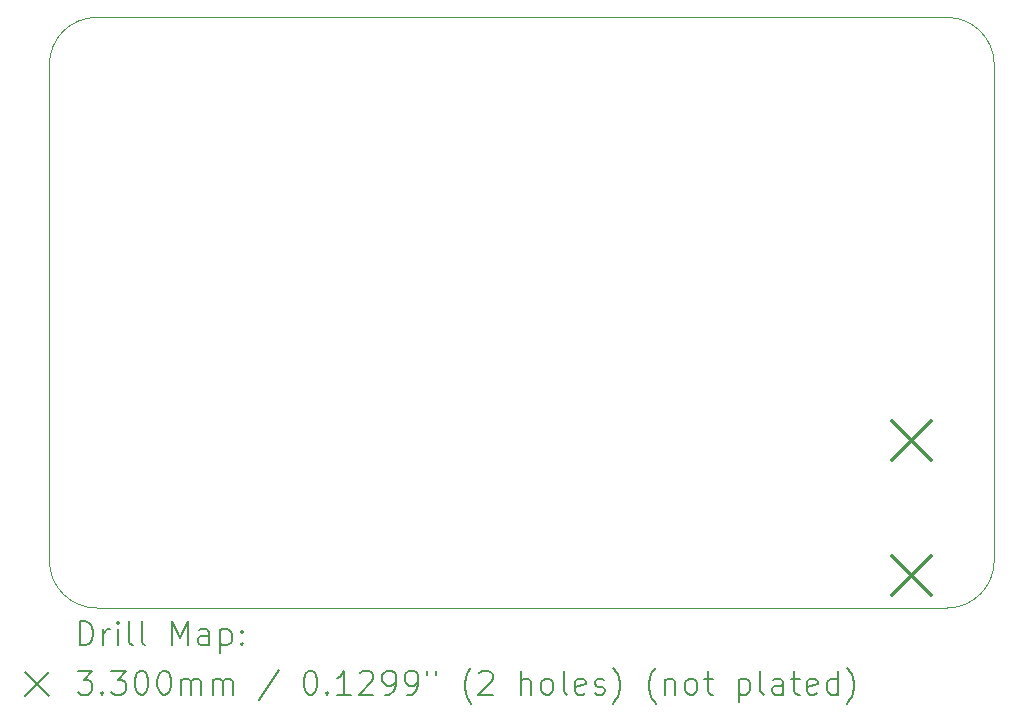
<source format=gbr>
%TF.GenerationSoftware,KiCad,Pcbnew,8.0.3-8.0.3-0~ubuntu22.04.1*%
%TF.CreationDate,2024-07-07T00:06:37-04:00*%
%TF.ProjectId,arm_drive_jl,61726d5f-6472-4697-9665-5f6a6c2e6b69,rev?*%
%TF.SameCoordinates,Original*%
%TF.FileFunction,Drillmap*%
%TF.FilePolarity,Positive*%
%FSLAX45Y45*%
G04 Gerber Fmt 4.5, Leading zero omitted, Abs format (unit mm)*
G04 Created by KiCad (PCBNEW 8.0.3-8.0.3-0~ubuntu22.04.1) date 2024-07-07 00:06:37*
%MOMM*%
%LPD*%
G01*
G04 APERTURE LIST*
%ADD10C,0.050000*%
%ADD11C,0.200000*%
%ADD12C,0.330000*%
G04 APERTURE END LIST*
D10*
X11700000Y-8300000D02*
G75*
G02*
X11300000Y-8700000I-400000J0D01*
G01*
X11300000Y-3700000D02*
G75*
G02*
X11700000Y-4100000I0J-400000D01*
G01*
X3700000Y-4100000D02*
G75*
G02*
X4100000Y-3700000I400000J0D01*
G01*
X4100000Y-8700000D02*
G75*
G02*
X3700000Y-8300000I0J400000D01*
G01*
X4100000Y-8700000D02*
X11300000Y-8700000D01*
X3700000Y-4100000D02*
X3700000Y-8300000D01*
X11700000Y-8300000D02*
X11700000Y-4100000D01*
X4100000Y-3700000D02*
X11300000Y-3700000D01*
D11*
D12*
X10835000Y-7113500D02*
X11165000Y-7443500D01*
X11165000Y-7113500D02*
X10835000Y-7443500D01*
X10835000Y-8256500D02*
X11165000Y-8586500D01*
X11165000Y-8256500D02*
X10835000Y-8586500D01*
D11*
X3958277Y-9013984D02*
X3958277Y-8813984D01*
X3958277Y-8813984D02*
X4005896Y-8813984D01*
X4005896Y-8813984D02*
X4034467Y-8823508D01*
X4034467Y-8823508D02*
X4053515Y-8842555D01*
X4053515Y-8842555D02*
X4063039Y-8861603D01*
X4063039Y-8861603D02*
X4072562Y-8899698D01*
X4072562Y-8899698D02*
X4072562Y-8928270D01*
X4072562Y-8928270D02*
X4063039Y-8966365D01*
X4063039Y-8966365D02*
X4053515Y-8985412D01*
X4053515Y-8985412D02*
X4034467Y-9004460D01*
X4034467Y-9004460D02*
X4005896Y-9013984D01*
X4005896Y-9013984D02*
X3958277Y-9013984D01*
X4158277Y-9013984D02*
X4158277Y-8880650D01*
X4158277Y-8918746D02*
X4167801Y-8899698D01*
X4167801Y-8899698D02*
X4177324Y-8890174D01*
X4177324Y-8890174D02*
X4196372Y-8880650D01*
X4196372Y-8880650D02*
X4215420Y-8880650D01*
X4282086Y-9013984D02*
X4282086Y-8880650D01*
X4282086Y-8813984D02*
X4272563Y-8823508D01*
X4272563Y-8823508D02*
X4282086Y-8833031D01*
X4282086Y-8833031D02*
X4291610Y-8823508D01*
X4291610Y-8823508D02*
X4282086Y-8813984D01*
X4282086Y-8813984D02*
X4282086Y-8833031D01*
X4405896Y-9013984D02*
X4386848Y-9004460D01*
X4386848Y-9004460D02*
X4377324Y-8985412D01*
X4377324Y-8985412D02*
X4377324Y-8813984D01*
X4510658Y-9013984D02*
X4491610Y-9004460D01*
X4491610Y-9004460D02*
X4482086Y-8985412D01*
X4482086Y-8985412D02*
X4482086Y-8813984D01*
X4739229Y-9013984D02*
X4739229Y-8813984D01*
X4739229Y-8813984D02*
X4805896Y-8956841D01*
X4805896Y-8956841D02*
X4872563Y-8813984D01*
X4872563Y-8813984D02*
X4872563Y-9013984D01*
X5053515Y-9013984D02*
X5053515Y-8909222D01*
X5053515Y-8909222D02*
X5043991Y-8890174D01*
X5043991Y-8890174D02*
X5024944Y-8880650D01*
X5024944Y-8880650D02*
X4986848Y-8880650D01*
X4986848Y-8880650D02*
X4967801Y-8890174D01*
X5053515Y-9004460D02*
X5034467Y-9013984D01*
X5034467Y-9013984D02*
X4986848Y-9013984D01*
X4986848Y-9013984D02*
X4967801Y-9004460D01*
X4967801Y-9004460D02*
X4958277Y-8985412D01*
X4958277Y-8985412D02*
X4958277Y-8966365D01*
X4958277Y-8966365D02*
X4967801Y-8947317D01*
X4967801Y-8947317D02*
X4986848Y-8937793D01*
X4986848Y-8937793D02*
X5034467Y-8937793D01*
X5034467Y-8937793D02*
X5053515Y-8928270D01*
X5148753Y-8880650D02*
X5148753Y-9080650D01*
X5148753Y-8890174D02*
X5167801Y-8880650D01*
X5167801Y-8880650D02*
X5205896Y-8880650D01*
X5205896Y-8880650D02*
X5224944Y-8890174D01*
X5224944Y-8890174D02*
X5234467Y-8899698D01*
X5234467Y-8899698D02*
X5243991Y-8918746D01*
X5243991Y-8918746D02*
X5243991Y-8975889D01*
X5243991Y-8975889D02*
X5234467Y-8994936D01*
X5234467Y-8994936D02*
X5224944Y-9004460D01*
X5224944Y-9004460D02*
X5205896Y-9013984D01*
X5205896Y-9013984D02*
X5167801Y-9013984D01*
X5167801Y-9013984D02*
X5148753Y-9004460D01*
X5329705Y-8994936D02*
X5339229Y-9004460D01*
X5339229Y-9004460D02*
X5329705Y-9013984D01*
X5329705Y-9013984D02*
X5320182Y-9004460D01*
X5320182Y-9004460D02*
X5329705Y-8994936D01*
X5329705Y-8994936D02*
X5329705Y-9013984D01*
X5329705Y-8890174D02*
X5339229Y-8899698D01*
X5339229Y-8899698D02*
X5329705Y-8909222D01*
X5329705Y-8909222D02*
X5320182Y-8899698D01*
X5320182Y-8899698D02*
X5329705Y-8890174D01*
X5329705Y-8890174D02*
X5329705Y-8909222D01*
X3497500Y-9242500D02*
X3697500Y-9442500D01*
X3697500Y-9242500D02*
X3497500Y-9442500D01*
X3939229Y-9233984D02*
X4063039Y-9233984D01*
X4063039Y-9233984D02*
X3996372Y-9310174D01*
X3996372Y-9310174D02*
X4024943Y-9310174D01*
X4024943Y-9310174D02*
X4043991Y-9319698D01*
X4043991Y-9319698D02*
X4053515Y-9329222D01*
X4053515Y-9329222D02*
X4063039Y-9348270D01*
X4063039Y-9348270D02*
X4063039Y-9395889D01*
X4063039Y-9395889D02*
X4053515Y-9414936D01*
X4053515Y-9414936D02*
X4043991Y-9424460D01*
X4043991Y-9424460D02*
X4024943Y-9433984D01*
X4024943Y-9433984D02*
X3967801Y-9433984D01*
X3967801Y-9433984D02*
X3948753Y-9424460D01*
X3948753Y-9424460D02*
X3939229Y-9414936D01*
X4148753Y-9414936D02*
X4158277Y-9424460D01*
X4158277Y-9424460D02*
X4148753Y-9433984D01*
X4148753Y-9433984D02*
X4139229Y-9424460D01*
X4139229Y-9424460D02*
X4148753Y-9414936D01*
X4148753Y-9414936D02*
X4148753Y-9433984D01*
X4224944Y-9233984D02*
X4348753Y-9233984D01*
X4348753Y-9233984D02*
X4282086Y-9310174D01*
X4282086Y-9310174D02*
X4310658Y-9310174D01*
X4310658Y-9310174D02*
X4329705Y-9319698D01*
X4329705Y-9319698D02*
X4339229Y-9329222D01*
X4339229Y-9329222D02*
X4348753Y-9348270D01*
X4348753Y-9348270D02*
X4348753Y-9395889D01*
X4348753Y-9395889D02*
X4339229Y-9414936D01*
X4339229Y-9414936D02*
X4329705Y-9424460D01*
X4329705Y-9424460D02*
X4310658Y-9433984D01*
X4310658Y-9433984D02*
X4253515Y-9433984D01*
X4253515Y-9433984D02*
X4234467Y-9424460D01*
X4234467Y-9424460D02*
X4224944Y-9414936D01*
X4472563Y-9233984D02*
X4491610Y-9233984D01*
X4491610Y-9233984D02*
X4510658Y-9243508D01*
X4510658Y-9243508D02*
X4520182Y-9253031D01*
X4520182Y-9253031D02*
X4529705Y-9272079D01*
X4529705Y-9272079D02*
X4539229Y-9310174D01*
X4539229Y-9310174D02*
X4539229Y-9357793D01*
X4539229Y-9357793D02*
X4529705Y-9395889D01*
X4529705Y-9395889D02*
X4520182Y-9414936D01*
X4520182Y-9414936D02*
X4510658Y-9424460D01*
X4510658Y-9424460D02*
X4491610Y-9433984D01*
X4491610Y-9433984D02*
X4472563Y-9433984D01*
X4472563Y-9433984D02*
X4453515Y-9424460D01*
X4453515Y-9424460D02*
X4443991Y-9414936D01*
X4443991Y-9414936D02*
X4434467Y-9395889D01*
X4434467Y-9395889D02*
X4424944Y-9357793D01*
X4424944Y-9357793D02*
X4424944Y-9310174D01*
X4424944Y-9310174D02*
X4434467Y-9272079D01*
X4434467Y-9272079D02*
X4443991Y-9253031D01*
X4443991Y-9253031D02*
X4453515Y-9243508D01*
X4453515Y-9243508D02*
X4472563Y-9233984D01*
X4663039Y-9233984D02*
X4682086Y-9233984D01*
X4682086Y-9233984D02*
X4701134Y-9243508D01*
X4701134Y-9243508D02*
X4710658Y-9253031D01*
X4710658Y-9253031D02*
X4720182Y-9272079D01*
X4720182Y-9272079D02*
X4729705Y-9310174D01*
X4729705Y-9310174D02*
X4729705Y-9357793D01*
X4729705Y-9357793D02*
X4720182Y-9395889D01*
X4720182Y-9395889D02*
X4710658Y-9414936D01*
X4710658Y-9414936D02*
X4701134Y-9424460D01*
X4701134Y-9424460D02*
X4682086Y-9433984D01*
X4682086Y-9433984D02*
X4663039Y-9433984D01*
X4663039Y-9433984D02*
X4643991Y-9424460D01*
X4643991Y-9424460D02*
X4634467Y-9414936D01*
X4634467Y-9414936D02*
X4624944Y-9395889D01*
X4624944Y-9395889D02*
X4615420Y-9357793D01*
X4615420Y-9357793D02*
X4615420Y-9310174D01*
X4615420Y-9310174D02*
X4624944Y-9272079D01*
X4624944Y-9272079D02*
X4634467Y-9253031D01*
X4634467Y-9253031D02*
X4643991Y-9243508D01*
X4643991Y-9243508D02*
X4663039Y-9233984D01*
X4815420Y-9433984D02*
X4815420Y-9300650D01*
X4815420Y-9319698D02*
X4824944Y-9310174D01*
X4824944Y-9310174D02*
X4843991Y-9300650D01*
X4843991Y-9300650D02*
X4872563Y-9300650D01*
X4872563Y-9300650D02*
X4891610Y-9310174D01*
X4891610Y-9310174D02*
X4901134Y-9329222D01*
X4901134Y-9329222D02*
X4901134Y-9433984D01*
X4901134Y-9329222D02*
X4910658Y-9310174D01*
X4910658Y-9310174D02*
X4929705Y-9300650D01*
X4929705Y-9300650D02*
X4958277Y-9300650D01*
X4958277Y-9300650D02*
X4977325Y-9310174D01*
X4977325Y-9310174D02*
X4986848Y-9329222D01*
X4986848Y-9329222D02*
X4986848Y-9433984D01*
X5082086Y-9433984D02*
X5082086Y-9300650D01*
X5082086Y-9319698D02*
X5091610Y-9310174D01*
X5091610Y-9310174D02*
X5110658Y-9300650D01*
X5110658Y-9300650D02*
X5139229Y-9300650D01*
X5139229Y-9300650D02*
X5158277Y-9310174D01*
X5158277Y-9310174D02*
X5167801Y-9329222D01*
X5167801Y-9329222D02*
X5167801Y-9433984D01*
X5167801Y-9329222D02*
X5177325Y-9310174D01*
X5177325Y-9310174D02*
X5196372Y-9300650D01*
X5196372Y-9300650D02*
X5224944Y-9300650D01*
X5224944Y-9300650D02*
X5243991Y-9310174D01*
X5243991Y-9310174D02*
X5253515Y-9329222D01*
X5253515Y-9329222D02*
X5253515Y-9433984D01*
X5643991Y-9224460D02*
X5472563Y-9481603D01*
X5901134Y-9233984D02*
X5920182Y-9233984D01*
X5920182Y-9233984D02*
X5939229Y-9243508D01*
X5939229Y-9243508D02*
X5948753Y-9253031D01*
X5948753Y-9253031D02*
X5958277Y-9272079D01*
X5958277Y-9272079D02*
X5967801Y-9310174D01*
X5967801Y-9310174D02*
X5967801Y-9357793D01*
X5967801Y-9357793D02*
X5958277Y-9395889D01*
X5958277Y-9395889D02*
X5948753Y-9414936D01*
X5948753Y-9414936D02*
X5939229Y-9424460D01*
X5939229Y-9424460D02*
X5920182Y-9433984D01*
X5920182Y-9433984D02*
X5901134Y-9433984D01*
X5901134Y-9433984D02*
X5882086Y-9424460D01*
X5882086Y-9424460D02*
X5872563Y-9414936D01*
X5872563Y-9414936D02*
X5863039Y-9395889D01*
X5863039Y-9395889D02*
X5853515Y-9357793D01*
X5853515Y-9357793D02*
X5853515Y-9310174D01*
X5853515Y-9310174D02*
X5863039Y-9272079D01*
X5863039Y-9272079D02*
X5872563Y-9253031D01*
X5872563Y-9253031D02*
X5882086Y-9243508D01*
X5882086Y-9243508D02*
X5901134Y-9233984D01*
X6053515Y-9414936D02*
X6063039Y-9424460D01*
X6063039Y-9424460D02*
X6053515Y-9433984D01*
X6053515Y-9433984D02*
X6043991Y-9424460D01*
X6043991Y-9424460D02*
X6053515Y-9414936D01*
X6053515Y-9414936D02*
X6053515Y-9433984D01*
X6253515Y-9433984D02*
X6139229Y-9433984D01*
X6196372Y-9433984D02*
X6196372Y-9233984D01*
X6196372Y-9233984D02*
X6177325Y-9262555D01*
X6177325Y-9262555D02*
X6158277Y-9281603D01*
X6158277Y-9281603D02*
X6139229Y-9291127D01*
X6329706Y-9253031D02*
X6339229Y-9243508D01*
X6339229Y-9243508D02*
X6358277Y-9233984D01*
X6358277Y-9233984D02*
X6405896Y-9233984D01*
X6405896Y-9233984D02*
X6424944Y-9243508D01*
X6424944Y-9243508D02*
X6434467Y-9253031D01*
X6434467Y-9253031D02*
X6443991Y-9272079D01*
X6443991Y-9272079D02*
X6443991Y-9291127D01*
X6443991Y-9291127D02*
X6434467Y-9319698D01*
X6434467Y-9319698D02*
X6320182Y-9433984D01*
X6320182Y-9433984D02*
X6443991Y-9433984D01*
X6539229Y-9433984D02*
X6577325Y-9433984D01*
X6577325Y-9433984D02*
X6596372Y-9424460D01*
X6596372Y-9424460D02*
X6605896Y-9414936D01*
X6605896Y-9414936D02*
X6624944Y-9386365D01*
X6624944Y-9386365D02*
X6634467Y-9348270D01*
X6634467Y-9348270D02*
X6634467Y-9272079D01*
X6634467Y-9272079D02*
X6624944Y-9253031D01*
X6624944Y-9253031D02*
X6615420Y-9243508D01*
X6615420Y-9243508D02*
X6596372Y-9233984D01*
X6596372Y-9233984D02*
X6558277Y-9233984D01*
X6558277Y-9233984D02*
X6539229Y-9243508D01*
X6539229Y-9243508D02*
X6529706Y-9253031D01*
X6529706Y-9253031D02*
X6520182Y-9272079D01*
X6520182Y-9272079D02*
X6520182Y-9319698D01*
X6520182Y-9319698D02*
X6529706Y-9338746D01*
X6529706Y-9338746D02*
X6539229Y-9348270D01*
X6539229Y-9348270D02*
X6558277Y-9357793D01*
X6558277Y-9357793D02*
X6596372Y-9357793D01*
X6596372Y-9357793D02*
X6615420Y-9348270D01*
X6615420Y-9348270D02*
X6624944Y-9338746D01*
X6624944Y-9338746D02*
X6634467Y-9319698D01*
X6729706Y-9433984D02*
X6767801Y-9433984D01*
X6767801Y-9433984D02*
X6786848Y-9424460D01*
X6786848Y-9424460D02*
X6796372Y-9414936D01*
X6796372Y-9414936D02*
X6815420Y-9386365D01*
X6815420Y-9386365D02*
X6824944Y-9348270D01*
X6824944Y-9348270D02*
X6824944Y-9272079D01*
X6824944Y-9272079D02*
X6815420Y-9253031D01*
X6815420Y-9253031D02*
X6805896Y-9243508D01*
X6805896Y-9243508D02*
X6786848Y-9233984D01*
X6786848Y-9233984D02*
X6748753Y-9233984D01*
X6748753Y-9233984D02*
X6729706Y-9243508D01*
X6729706Y-9243508D02*
X6720182Y-9253031D01*
X6720182Y-9253031D02*
X6710658Y-9272079D01*
X6710658Y-9272079D02*
X6710658Y-9319698D01*
X6710658Y-9319698D02*
X6720182Y-9338746D01*
X6720182Y-9338746D02*
X6729706Y-9348270D01*
X6729706Y-9348270D02*
X6748753Y-9357793D01*
X6748753Y-9357793D02*
X6786848Y-9357793D01*
X6786848Y-9357793D02*
X6805896Y-9348270D01*
X6805896Y-9348270D02*
X6815420Y-9338746D01*
X6815420Y-9338746D02*
X6824944Y-9319698D01*
X6901134Y-9233984D02*
X6901134Y-9272079D01*
X6977325Y-9233984D02*
X6977325Y-9272079D01*
X7272563Y-9510174D02*
X7263039Y-9500650D01*
X7263039Y-9500650D02*
X7243991Y-9472079D01*
X7243991Y-9472079D02*
X7234468Y-9453031D01*
X7234468Y-9453031D02*
X7224944Y-9424460D01*
X7224944Y-9424460D02*
X7215420Y-9376841D01*
X7215420Y-9376841D02*
X7215420Y-9338746D01*
X7215420Y-9338746D02*
X7224944Y-9291127D01*
X7224944Y-9291127D02*
X7234468Y-9262555D01*
X7234468Y-9262555D02*
X7243991Y-9243508D01*
X7243991Y-9243508D02*
X7263039Y-9214936D01*
X7263039Y-9214936D02*
X7272563Y-9205412D01*
X7339229Y-9253031D02*
X7348753Y-9243508D01*
X7348753Y-9243508D02*
X7367801Y-9233984D01*
X7367801Y-9233984D02*
X7415420Y-9233984D01*
X7415420Y-9233984D02*
X7434468Y-9243508D01*
X7434468Y-9243508D02*
X7443991Y-9253031D01*
X7443991Y-9253031D02*
X7453515Y-9272079D01*
X7453515Y-9272079D02*
X7453515Y-9291127D01*
X7453515Y-9291127D02*
X7443991Y-9319698D01*
X7443991Y-9319698D02*
X7329706Y-9433984D01*
X7329706Y-9433984D02*
X7453515Y-9433984D01*
X7691610Y-9433984D02*
X7691610Y-9233984D01*
X7777325Y-9433984D02*
X7777325Y-9329222D01*
X7777325Y-9329222D02*
X7767801Y-9310174D01*
X7767801Y-9310174D02*
X7748753Y-9300650D01*
X7748753Y-9300650D02*
X7720182Y-9300650D01*
X7720182Y-9300650D02*
X7701134Y-9310174D01*
X7701134Y-9310174D02*
X7691610Y-9319698D01*
X7901134Y-9433984D02*
X7882087Y-9424460D01*
X7882087Y-9424460D02*
X7872563Y-9414936D01*
X7872563Y-9414936D02*
X7863039Y-9395889D01*
X7863039Y-9395889D02*
X7863039Y-9338746D01*
X7863039Y-9338746D02*
X7872563Y-9319698D01*
X7872563Y-9319698D02*
X7882087Y-9310174D01*
X7882087Y-9310174D02*
X7901134Y-9300650D01*
X7901134Y-9300650D02*
X7929706Y-9300650D01*
X7929706Y-9300650D02*
X7948753Y-9310174D01*
X7948753Y-9310174D02*
X7958277Y-9319698D01*
X7958277Y-9319698D02*
X7967801Y-9338746D01*
X7967801Y-9338746D02*
X7967801Y-9395889D01*
X7967801Y-9395889D02*
X7958277Y-9414936D01*
X7958277Y-9414936D02*
X7948753Y-9424460D01*
X7948753Y-9424460D02*
X7929706Y-9433984D01*
X7929706Y-9433984D02*
X7901134Y-9433984D01*
X8082087Y-9433984D02*
X8063039Y-9424460D01*
X8063039Y-9424460D02*
X8053515Y-9405412D01*
X8053515Y-9405412D02*
X8053515Y-9233984D01*
X8234468Y-9424460D02*
X8215420Y-9433984D01*
X8215420Y-9433984D02*
X8177325Y-9433984D01*
X8177325Y-9433984D02*
X8158277Y-9424460D01*
X8158277Y-9424460D02*
X8148753Y-9405412D01*
X8148753Y-9405412D02*
X8148753Y-9329222D01*
X8148753Y-9329222D02*
X8158277Y-9310174D01*
X8158277Y-9310174D02*
X8177325Y-9300650D01*
X8177325Y-9300650D02*
X8215420Y-9300650D01*
X8215420Y-9300650D02*
X8234468Y-9310174D01*
X8234468Y-9310174D02*
X8243991Y-9329222D01*
X8243991Y-9329222D02*
X8243991Y-9348270D01*
X8243991Y-9348270D02*
X8148753Y-9367317D01*
X8320182Y-9424460D02*
X8339230Y-9433984D01*
X8339230Y-9433984D02*
X8377325Y-9433984D01*
X8377325Y-9433984D02*
X8396373Y-9424460D01*
X8396373Y-9424460D02*
X8405896Y-9405412D01*
X8405896Y-9405412D02*
X8405896Y-9395889D01*
X8405896Y-9395889D02*
X8396373Y-9376841D01*
X8396373Y-9376841D02*
X8377325Y-9367317D01*
X8377325Y-9367317D02*
X8348753Y-9367317D01*
X8348753Y-9367317D02*
X8329706Y-9357793D01*
X8329706Y-9357793D02*
X8320182Y-9338746D01*
X8320182Y-9338746D02*
X8320182Y-9329222D01*
X8320182Y-9329222D02*
X8329706Y-9310174D01*
X8329706Y-9310174D02*
X8348753Y-9300650D01*
X8348753Y-9300650D02*
X8377325Y-9300650D01*
X8377325Y-9300650D02*
X8396373Y-9310174D01*
X8472563Y-9510174D02*
X8482087Y-9500650D01*
X8482087Y-9500650D02*
X8501134Y-9472079D01*
X8501134Y-9472079D02*
X8510658Y-9453031D01*
X8510658Y-9453031D02*
X8520182Y-9424460D01*
X8520182Y-9424460D02*
X8529706Y-9376841D01*
X8529706Y-9376841D02*
X8529706Y-9338746D01*
X8529706Y-9338746D02*
X8520182Y-9291127D01*
X8520182Y-9291127D02*
X8510658Y-9262555D01*
X8510658Y-9262555D02*
X8501134Y-9243508D01*
X8501134Y-9243508D02*
X8482087Y-9214936D01*
X8482087Y-9214936D02*
X8472563Y-9205412D01*
X8834468Y-9510174D02*
X8824944Y-9500650D01*
X8824944Y-9500650D02*
X8805896Y-9472079D01*
X8805896Y-9472079D02*
X8796373Y-9453031D01*
X8796373Y-9453031D02*
X8786849Y-9424460D01*
X8786849Y-9424460D02*
X8777325Y-9376841D01*
X8777325Y-9376841D02*
X8777325Y-9338746D01*
X8777325Y-9338746D02*
X8786849Y-9291127D01*
X8786849Y-9291127D02*
X8796373Y-9262555D01*
X8796373Y-9262555D02*
X8805896Y-9243508D01*
X8805896Y-9243508D02*
X8824944Y-9214936D01*
X8824944Y-9214936D02*
X8834468Y-9205412D01*
X8910658Y-9300650D02*
X8910658Y-9433984D01*
X8910658Y-9319698D02*
X8920182Y-9310174D01*
X8920182Y-9310174D02*
X8939230Y-9300650D01*
X8939230Y-9300650D02*
X8967801Y-9300650D01*
X8967801Y-9300650D02*
X8986849Y-9310174D01*
X8986849Y-9310174D02*
X8996373Y-9329222D01*
X8996373Y-9329222D02*
X8996373Y-9433984D01*
X9120182Y-9433984D02*
X9101134Y-9424460D01*
X9101134Y-9424460D02*
X9091611Y-9414936D01*
X9091611Y-9414936D02*
X9082087Y-9395889D01*
X9082087Y-9395889D02*
X9082087Y-9338746D01*
X9082087Y-9338746D02*
X9091611Y-9319698D01*
X9091611Y-9319698D02*
X9101134Y-9310174D01*
X9101134Y-9310174D02*
X9120182Y-9300650D01*
X9120182Y-9300650D02*
X9148754Y-9300650D01*
X9148754Y-9300650D02*
X9167801Y-9310174D01*
X9167801Y-9310174D02*
X9177325Y-9319698D01*
X9177325Y-9319698D02*
X9186849Y-9338746D01*
X9186849Y-9338746D02*
X9186849Y-9395889D01*
X9186849Y-9395889D02*
X9177325Y-9414936D01*
X9177325Y-9414936D02*
X9167801Y-9424460D01*
X9167801Y-9424460D02*
X9148754Y-9433984D01*
X9148754Y-9433984D02*
X9120182Y-9433984D01*
X9243992Y-9300650D02*
X9320182Y-9300650D01*
X9272563Y-9233984D02*
X9272563Y-9405412D01*
X9272563Y-9405412D02*
X9282087Y-9424460D01*
X9282087Y-9424460D02*
X9301134Y-9433984D01*
X9301134Y-9433984D02*
X9320182Y-9433984D01*
X9539230Y-9300650D02*
X9539230Y-9500650D01*
X9539230Y-9310174D02*
X9558277Y-9300650D01*
X9558277Y-9300650D02*
X9596373Y-9300650D01*
X9596373Y-9300650D02*
X9615420Y-9310174D01*
X9615420Y-9310174D02*
X9624944Y-9319698D01*
X9624944Y-9319698D02*
X9634468Y-9338746D01*
X9634468Y-9338746D02*
X9634468Y-9395889D01*
X9634468Y-9395889D02*
X9624944Y-9414936D01*
X9624944Y-9414936D02*
X9615420Y-9424460D01*
X9615420Y-9424460D02*
X9596373Y-9433984D01*
X9596373Y-9433984D02*
X9558277Y-9433984D01*
X9558277Y-9433984D02*
X9539230Y-9424460D01*
X9748754Y-9433984D02*
X9729706Y-9424460D01*
X9729706Y-9424460D02*
X9720182Y-9405412D01*
X9720182Y-9405412D02*
X9720182Y-9233984D01*
X9910658Y-9433984D02*
X9910658Y-9329222D01*
X9910658Y-9329222D02*
X9901135Y-9310174D01*
X9901135Y-9310174D02*
X9882087Y-9300650D01*
X9882087Y-9300650D02*
X9843992Y-9300650D01*
X9843992Y-9300650D02*
X9824944Y-9310174D01*
X9910658Y-9424460D02*
X9891611Y-9433984D01*
X9891611Y-9433984D02*
X9843992Y-9433984D01*
X9843992Y-9433984D02*
X9824944Y-9424460D01*
X9824944Y-9424460D02*
X9815420Y-9405412D01*
X9815420Y-9405412D02*
X9815420Y-9386365D01*
X9815420Y-9386365D02*
X9824944Y-9367317D01*
X9824944Y-9367317D02*
X9843992Y-9357793D01*
X9843992Y-9357793D02*
X9891611Y-9357793D01*
X9891611Y-9357793D02*
X9910658Y-9348270D01*
X9977325Y-9300650D02*
X10053515Y-9300650D01*
X10005896Y-9233984D02*
X10005896Y-9405412D01*
X10005896Y-9405412D02*
X10015420Y-9424460D01*
X10015420Y-9424460D02*
X10034468Y-9433984D01*
X10034468Y-9433984D02*
X10053515Y-9433984D01*
X10196373Y-9424460D02*
X10177325Y-9433984D01*
X10177325Y-9433984D02*
X10139230Y-9433984D01*
X10139230Y-9433984D02*
X10120182Y-9424460D01*
X10120182Y-9424460D02*
X10110658Y-9405412D01*
X10110658Y-9405412D02*
X10110658Y-9329222D01*
X10110658Y-9329222D02*
X10120182Y-9310174D01*
X10120182Y-9310174D02*
X10139230Y-9300650D01*
X10139230Y-9300650D02*
X10177325Y-9300650D01*
X10177325Y-9300650D02*
X10196373Y-9310174D01*
X10196373Y-9310174D02*
X10205896Y-9329222D01*
X10205896Y-9329222D02*
X10205896Y-9348270D01*
X10205896Y-9348270D02*
X10110658Y-9367317D01*
X10377325Y-9433984D02*
X10377325Y-9233984D01*
X10377325Y-9424460D02*
X10358277Y-9433984D01*
X10358277Y-9433984D02*
X10320182Y-9433984D01*
X10320182Y-9433984D02*
X10301135Y-9424460D01*
X10301135Y-9424460D02*
X10291611Y-9414936D01*
X10291611Y-9414936D02*
X10282087Y-9395889D01*
X10282087Y-9395889D02*
X10282087Y-9338746D01*
X10282087Y-9338746D02*
X10291611Y-9319698D01*
X10291611Y-9319698D02*
X10301135Y-9310174D01*
X10301135Y-9310174D02*
X10320182Y-9300650D01*
X10320182Y-9300650D02*
X10358277Y-9300650D01*
X10358277Y-9300650D02*
X10377325Y-9310174D01*
X10453516Y-9510174D02*
X10463039Y-9500650D01*
X10463039Y-9500650D02*
X10482087Y-9472079D01*
X10482087Y-9472079D02*
X10491611Y-9453031D01*
X10491611Y-9453031D02*
X10501135Y-9424460D01*
X10501135Y-9424460D02*
X10510658Y-9376841D01*
X10510658Y-9376841D02*
X10510658Y-9338746D01*
X10510658Y-9338746D02*
X10501135Y-9291127D01*
X10501135Y-9291127D02*
X10491611Y-9262555D01*
X10491611Y-9262555D02*
X10482087Y-9243508D01*
X10482087Y-9243508D02*
X10463039Y-9214936D01*
X10463039Y-9214936D02*
X10453516Y-9205412D01*
M02*

</source>
